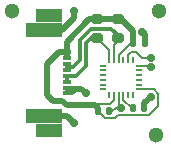
<source format=gbr>
%TF.GenerationSoftware,KiCad,Pcbnew,8.0.6*%
%TF.CreationDate,2024-11-26T02:45:54-05:00*%
%TF.ProjectId,final_imu_module,66696e61-6c5f-4696-9d75-5f6d6f64756c,rev?*%
%TF.SameCoordinates,Original*%
%TF.FileFunction,Copper,L1,Top*%
%TF.FilePolarity,Positive*%
%FSLAX46Y46*%
G04 Gerber Fmt 4.6, Leading zero omitted, Abs format (unit mm)*
G04 Created by KiCad (PCBNEW 8.0.6) date 2024-11-26 02:45:54*
%MOMM*%
%LPD*%
G01*
G04 APERTURE LIST*
G04 Aperture macros list*
%AMRoundRect*
0 Rectangle with rounded corners*
0 $1 Rounding radius*
0 $2 $3 $4 $5 $6 $7 $8 $9 X,Y pos of 4 corners*
0 Add a 4 corners polygon primitive as box body*
4,1,4,$2,$3,$4,$5,$6,$7,$8,$9,$2,$3,0*
0 Add four circle primitives for the rounded corners*
1,1,$1+$1,$2,$3*
1,1,$1+$1,$4,$5*
1,1,$1+$1,$6,$7*
1,1,$1+$1,$8,$9*
0 Add four rect primitives between the rounded corners*
20,1,$1+$1,$2,$3,$4,$5,0*
20,1,$1+$1,$4,$5,$6,$7,0*
20,1,$1+$1,$6,$7,$8,$9,0*
20,1,$1+$1,$8,$9,$2,$3,0*%
G04 Aperture macros list end*
%TA.AperFunction,EtchedComponent*%
%ADD10C,0.000000*%
%TD*%
%TA.AperFunction,WasherPad*%
%ADD11C,1.300000*%
%TD*%
%TA.AperFunction,SMDPad,CuDef*%
%ADD12R,0.800000X0.300000*%
%TD*%
%TA.AperFunction,SMDPad,CuDef*%
%ADD13R,3.049999X1.300000*%
%TD*%
%TA.AperFunction,SMDPad,CuDef*%
%ADD14RoundRect,0.140000X0.140000X0.170000X-0.140000X0.170000X-0.140000X-0.170000X0.140000X-0.170000X0*%
%TD*%
%TA.AperFunction,SMDPad,CuDef*%
%ADD15RoundRect,0.200000X0.275000X-0.200000X0.275000X0.200000X-0.275000X0.200000X-0.275000X-0.200000X0*%
%TD*%
%TA.AperFunction,SMDPad,CuDef*%
%ADD16RoundRect,0.050000X0.050000X-0.225000X0.050000X0.225000X-0.050000X0.225000X-0.050000X-0.225000X0*%
%TD*%
%TA.AperFunction,SMDPad,CuDef*%
%ADD17RoundRect,0.050000X-0.225000X-0.050000X0.225000X-0.050000X0.225000X0.050000X-0.225000X0.050000X0*%
%TD*%
%TA.AperFunction,ViaPad*%
%ADD18C,0.700000*%
%TD*%
%TA.AperFunction,Conductor*%
%ADD19C,0.500000*%
%TD*%
%TA.AperFunction,Conductor*%
%ADD20C,0.300000*%
%TD*%
%TA.AperFunction,Conductor*%
%ADD21C,0.200000*%
%TD*%
G04 APERTURE END LIST*
D10*
%TA.AperFunction,EtchedComponent*%
%TO.C,J1*%
G36*
X106500000Y-91200000D02*
G01*
X104300000Y-91200000D01*
X104300000Y-90100000D01*
X106500000Y-90100000D01*
X106500000Y-91200000D01*
G37*
%TD.AperFunction*%
%TA.AperFunction,EtchedComponent*%
G36*
X106500000Y-100900000D02*
G01*
X104300000Y-100900000D01*
X104300000Y-99800000D01*
X106500000Y-99800000D01*
X106500000Y-100900000D01*
G37*
%TD.AperFunction*%
%TD*%
D11*
%TO.P,REF\u002A\u002A,*%
%TO.N,*%
X114750000Y-90250000D03*
%TD*%
%TO.P,REF\u002A\u002A,*%
%TO.N,*%
X102250000Y-90250000D03*
%TD*%
D12*
%TO.P,J1,1,1*%
%TO.N,+1V8*%
X106900000Y-93750004D03*
%TO.P,J1,2,2*%
X106900000Y-94250003D03*
%TO.P,J1,3,3*%
%TO.N,Net-(U1-SCL{slash}SCLK)*%
X106900000Y-94750004D03*
%TO.P,J1,4,4*%
X106900000Y-95250003D03*
%TO.P,J1,5,5*%
%TO.N,Net-(U1-SDA{slash}SDI)*%
X106900000Y-95750005D03*
%TO.P,J1,6,6*%
X106900000Y-96250004D03*
%TO.P,J1,7,7*%
%TO.N,GND*%
X106900000Y-96750003D03*
%TO.P,J1,8,8*%
X106900000Y-97250004D03*
D13*
%TO.P,J1,P1,P1*%
X104975000Y-91850003D03*
%TO.P,J1,P2,P2*%
X104975000Y-99149997D03*
%TD*%
D11*
%TO.P,REF\u002A\u002A,*%
%TO.N,*%
X114500000Y-100750000D03*
%TD*%
D14*
%TO.P,C2,2*%
%TO.N,+1V8*%
X109520000Y-98750000D03*
%TO.P,C2,1*%
%TO.N,GND*%
X110480000Y-98750000D03*
%TD*%
%TO.P,C5,2*%
%TO.N,+1V8*%
X112540000Y-93000000D03*
%TO.P,C5,1*%
%TO.N,GND*%
X113500000Y-93000000D03*
%TD*%
%TO.P,C3,2*%
%TO.N,Net-(U1-REGOUT)*%
X112500000Y-98500000D03*
%TO.P,C3,1*%
%TO.N,GND*%
X113460000Y-98500000D03*
%TD*%
D15*
%TO.P,R2,2*%
%TO.N,+1V8*%
X111250000Y-90925000D03*
%TO.P,R2,1*%
%TO.N,Net-(U1-SCL{slash}SCLK)*%
X111250000Y-92575000D03*
%TD*%
%TO.P,R1,2*%
%TO.N,+1V8*%
X109500000Y-90925000D03*
%TO.P,R1,1*%
%TO.N,Net-(U1-SDA{slash}SDI)*%
X109500000Y-92575000D03*
%TD*%
D16*
%TO.P,U1,24,SDA/SDI*%
%TO.N,Net-(U1-SDA{slash}SDI)*%
X110500000Y-94400000D03*
%TO.P,U1,23,SCL/SCLK*%
%TO.N,Net-(U1-SCL{slash}SCLK)*%
X110900000Y-94400000D03*
%TO.P,U1,22,~{CS}*%
%TO.N,+1V8*%
X111300000Y-94400000D03*
%TO.P,U1,21,AUX_DA*%
%TO.N,unconnected-(U1-AUX_DA-Pad21)*%
X111700000Y-94400000D03*
%TO.P,U1,20,GND*%
%TO.N,GND*%
X112100000Y-94400000D03*
%TO.P,U1,19,RESV*%
%TO.N,unconnected-(U1-RESV-Pad19)*%
X112500000Y-94400000D03*
D17*
%TO.P,U1,18,GND*%
%TO.N,GND*%
X113000000Y-94900000D03*
%TO.P,U1,17,NC*%
%TO.N,unconnected-(U1-NC-Pad17)*%
X113000000Y-95300000D03*
%TO.P,U1,16,NC*%
%TO.N,unconnected-(U1-NC-Pad16)*%
X113000000Y-95700000D03*
%TO.P,U1,15,NC*%
%TO.N,unconnected-(U1-NC-Pad15)*%
X113000000Y-96100000D03*
%TO.P,U1,14,NC*%
%TO.N,unconnected-(U1-NC-Pad14)*%
X113000000Y-96500000D03*
%TO.P,U1,13,VDD*%
%TO.N,+1V8*%
X113000000Y-96900000D03*
D16*
%TO.P,U1,12,INT1*%
%TO.N,unconnected-(U1-INT1-Pad12)*%
X112500000Y-97400000D03*
%TO.P,U1,11,FSYNC*%
%TO.N,unconnected-(U1-FSYNC-Pad11)*%
X112100000Y-97400000D03*
%TO.P,U1,10,REGOUT*%
%TO.N,Net-(U1-REGOUT)*%
X111700000Y-97400000D03*
%TO.P,U1,9,SDO/AD0*%
%TO.N,GND*%
X111300000Y-97400000D03*
%TO.P,U1,8,VDDIO*%
%TO.N,+1V8*%
X110900000Y-97400000D03*
%TO.P,U1,7,AUX_CL*%
%TO.N,unconnected-(U1-AUX_CL-Pad7)*%
X110500000Y-97400000D03*
D17*
%TO.P,U1,6,NC*%
%TO.N,unconnected-(U1-NC-Pad6)*%
X110000000Y-96900000D03*
%TO.P,U1,5,NC*%
%TO.N,unconnected-(U1-NC-Pad5)*%
X110000000Y-96500000D03*
%TO.P,U1,4,NC*%
%TO.N,unconnected-(U1-NC-Pad4)*%
X110000000Y-96100000D03*
%TO.P,U1,3,NC*%
%TO.N,unconnected-(U1-NC-Pad3)*%
X110000000Y-95700000D03*
%TO.P,U1,2,NC*%
%TO.N,unconnected-(U1-NC-Pad2)*%
X110000000Y-95300000D03*
%TO.P,U1,1,NC*%
%TO.N,unconnected-(U1-NC-Pad1)*%
X110000000Y-94900000D03*
%TD*%
D18*
%TO.N,GND*%
X111469402Y-98460000D03*
X113300000Y-92043672D03*
X114000000Y-95000000D03*
X108500000Y-97250000D03*
X107500000Y-99750000D03*
X107500000Y-90250000D03*
X114000000Y-94250000D03*
X114000000Y-97550000D03*
%TD*%
D19*
%TO.N,GND*%
X108500000Y-97250000D02*
X108100004Y-96850004D01*
X108100004Y-96850004D02*
X107750000Y-96850004D01*
%TO.N,+1V8*%
X106900000Y-93750004D02*
X106249996Y-93750004D01*
X106249996Y-93750004D02*
X105250000Y-94750000D01*
X105250000Y-94750000D02*
X105250000Y-97348528D01*
X105250000Y-97348528D02*
X105751476Y-97850004D01*
X105751476Y-97850004D02*
X106510051Y-97850004D01*
X106510051Y-97850004D02*
X106900047Y-98240000D01*
X106900047Y-98240000D02*
X109260000Y-98240000D01*
D20*
%TO.N,GND*%
X106900000Y-97250004D02*
X106900000Y-96750003D01*
D19*
X107750000Y-96850004D02*
X106900000Y-96850004D01*
D20*
X107350000Y-97250004D02*
X107750000Y-96850004D01*
X106900000Y-97250004D02*
X107350000Y-97250004D01*
D19*
%TO.N,+1V8*%
X106900000Y-93750004D02*
X106900000Y-94150004D01*
D20*
%TO.N,Net-(U1-SCL{slash}SCLK)*%
X106900000Y-95000000D02*
X107400003Y-95000000D01*
X107400003Y-95000000D02*
X108000000Y-94400003D01*
X110675000Y-91750000D02*
X111500000Y-92575000D01*
X108000000Y-94400003D02*
X108000000Y-92750000D01*
X108000000Y-92750000D02*
X109000000Y-91750000D01*
X109000000Y-91750000D02*
X110675000Y-91750000D01*
D21*
%TO.N,GND*%
X110480000Y-98750000D02*
X110759999Y-98750000D01*
X110759999Y-98750000D02*
X111049999Y-98460000D01*
X111049999Y-98460000D02*
X111469402Y-98460000D01*
%TO.N,+1V8*%
X113838067Y-99110000D02*
X111250000Y-99110000D01*
X111250000Y-99110000D02*
X111000000Y-99360000D01*
X111000000Y-99360000D02*
X110130000Y-99360000D01*
X110130000Y-99360000D02*
X109520000Y-98750000D01*
D19*
X109260000Y-98240000D02*
X109520000Y-98500000D01*
D21*
X110900000Y-97400000D02*
X110900000Y-97771360D01*
X110900000Y-97771360D02*
X110531360Y-98140000D01*
X110531360Y-98140000D02*
X109360000Y-98140000D01*
X109360000Y-98140000D02*
X109260000Y-98240000D01*
D19*
X109520000Y-98500000D02*
X109520000Y-98688266D01*
%TO.N,GND*%
X111429402Y-98500000D02*
X111469402Y-98460000D01*
D21*
X111300000Y-98290598D02*
X111469402Y-98460000D01*
X111300000Y-97400000D02*
X111300000Y-98290598D01*
D19*
X113460000Y-98500000D02*
X113460000Y-98090000D01*
X113460000Y-98090000D02*
X114000000Y-97550000D01*
D21*
%TO.N,+1V8*%
X113000000Y-96900000D02*
X114269239Y-96900000D01*
X114269239Y-96900000D02*
X114650000Y-97280761D01*
X114650000Y-97280761D02*
X114650000Y-98298067D01*
X114650000Y-98298067D02*
X113838067Y-99110000D01*
D19*
%TO.N,GND*%
X113500000Y-92243672D02*
X113300000Y-92043672D01*
X113500000Y-93000000D02*
X113500000Y-92243672D01*
D21*
X113900000Y-94900000D02*
X114000000Y-95000000D01*
X113000000Y-94900000D02*
X113900000Y-94900000D01*
D19*
%TO.N,+1V8*%
X111500000Y-90925000D02*
X112500000Y-91925000D01*
X106900000Y-93750004D02*
X106900000Y-92850000D01*
D21*
X111300000Y-94400000D02*
X111300000Y-93950000D01*
X111300000Y-93950000D02*
X111975000Y-93275000D01*
D19*
X108825000Y-90925000D02*
X109500000Y-90925000D01*
X106900000Y-92850000D02*
X108825000Y-90925000D01*
D21*
X111987648Y-93275000D02*
X112500000Y-92762648D01*
D19*
X112500000Y-91925000D02*
X112500000Y-92750000D01*
X109500000Y-90925000D02*
X111500000Y-90925000D01*
%TO.N,GND*%
X107500000Y-90836396D02*
X107500000Y-90250000D01*
D21*
X112100000Y-94400000D02*
X112100000Y-94028640D01*
X113250000Y-94250000D02*
X114000000Y-94250000D01*
D19*
X104975000Y-91850003D02*
X106486393Y-91850003D01*
X104975000Y-99149997D02*
X106899997Y-99149997D01*
X106486393Y-91850003D02*
X107500000Y-90836396D01*
D21*
X112100000Y-94028640D02*
X112378640Y-93750000D01*
X112750000Y-93750000D02*
X113250000Y-94250000D01*
D19*
X106899997Y-99149997D02*
X107500000Y-99750000D01*
D21*
%TO.N,Net-(U1-REGOUT)*%
X111700000Y-97400000D02*
X111700000Y-97771360D01*
X112428640Y-98500000D02*
X112500000Y-98500000D01*
X111700000Y-97771360D02*
X112428640Y-98500000D01*
%TO.N,Net-(U1-SCL{slash}SCLK)*%
X110900000Y-94400000D02*
X110900000Y-93175000D01*
X110900000Y-93175000D02*
X111500000Y-92575000D01*
D20*
X106900000Y-94750004D02*
X106900000Y-95000000D01*
X106900000Y-95000000D02*
X106900000Y-95250003D01*
%TO.N,Net-(U1-SDA{slash}SDI)*%
X108948748Y-92575000D02*
X109500000Y-92575000D01*
X106900000Y-95750005D02*
X107649998Y-95750005D01*
D21*
X109500000Y-92575000D02*
X109425000Y-92575000D01*
X110500000Y-93575000D02*
X109500000Y-92575000D01*
D20*
X107649998Y-95750005D02*
X108511874Y-94888129D01*
D21*
X110500000Y-94400000D02*
X110500000Y-93575000D01*
D20*
X108511874Y-93011874D02*
X108948748Y-92575000D01*
X108511874Y-94888129D02*
X108511874Y-93011874D01*
X106900000Y-96000000D02*
X106900000Y-96250004D01*
X106900000Y-95750005D02*
X106900000Y-96000000D01*
D21*
%TO.N,GND*%
X112378640Y-93750000D02*
X112750000Y-93750000D01*
%TO.N,+1V8*%
X112500000Y-92762648D02*
X112500000Y-92750000D01*
X111975000Y-93275000D02*
X111987648Y-93275000D01*
%TD*%
M02*

</source>
